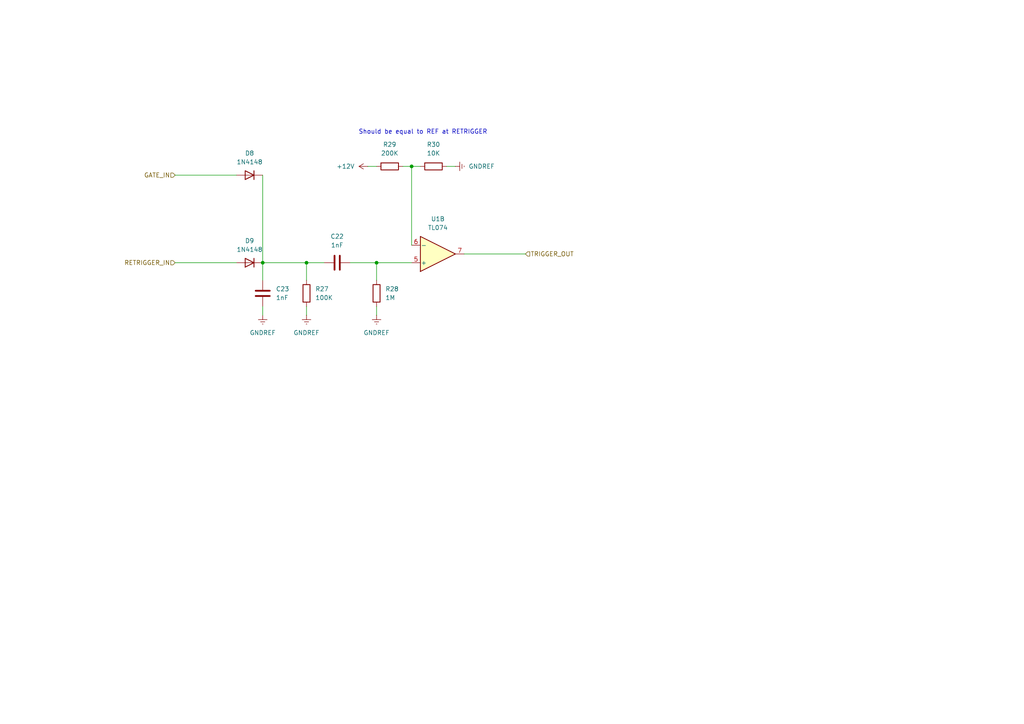
<source format=kicad_sch>
(kicad_sch (version 20231120) (generator "eeschema") (generator_version "8.0")
  (paper "A4")
  (lib_symbols
    (symbol "Amplifier_Operational:TL074" (pin_names (offset 0.127))
      (property "Reference" "U" (at 0 5.08 0))
      (property "Value" "TL074" (at 0 -5.08 0))
      (symbol "TL074_1_1"
        (polyline (pts (xy -5.08 5.08) (xy 5.08 0) (xy -5.08 -5.08) (xy -5.08 5.08)) (stroke (width 0.254)) (fill (type background)))
        (pin output line (at 7.62 0 180) (length 2.54) (name "~") (number "1"))
        (pin input line (at -7.62 -2.54 0) (length 2.54) (name "-") (number "2"))
        (pin input line (at -7.62 2.54 0) (length 2.54) (name "+") (number "3"))
      )
      (symbol "TL074_2_1"
        (polyline (pts (xy -5.08 5.08) (xy 5.08 0) (xy -5.08 -5.08) (xy -5.08 5.08)) (stroke (width 0.254)) (fill (type background)))
        (pin input line (at -7.62 2.54 0) (length 2.54) (name "+") (number "5"))
        (pin input line (at -7.62 -2.54 0) (length 2.54) (name "-") (number "6"))
        (pin output line (at 7.62 0 180) (length 2.54) (name "~") (number "7"))
      )
      (symbol "TL074_3_1"
        (polyline (pts (xy -5.08 5.08) (xy 5.08 0) (xy -5.08 -5.08) (xy -5.08 5.08)) (stroke (width 0.254)) (fill (type background)))
        (pin input line (at -7.62 2.54 0) (length 2.54) (name "+") (number "10"))
        (pin output line (at 7.62 0 180) (length 2.54) (name "~") (number "8"))
        (pin input line (at -7.62 -2.54 0) (length 2.54) (name "-") (number "9"))
      )
      (symbol "TL074_4_1"
        (polyline (pts (xy -5.08 5.08) (xy 5.08 0) (xy -5.08 -5.08) (xy -5.08 5.08)) (stroke (width 0.254)) (fill (type background)))
        (pin input line (at -7.62 2.54 0) (length 2.54) (name "+") (number "12"))
        (pin input line (at -7.62 -2.54 0) (length 2.54) (name "-") (number "13"))
        (pin output line (at 7.62 0 180) (length 2.54) (name "~") (number "14"))
      )
      (symbol "TL074_5_1"
        (pin power_in line (at -2.54 -7.62 90) (length 3.81) (name "V-") (number "11"))
        (pin power_in line (at -2.54 7.62 270) (length 3.81) (name "V+") (number "4"))
      )
    )
    (symbol "power:+12V" (power) (pin_numbers hide) (pin_names (offset 0) hide)
      (property "Value" "+12V" (at 0 3.556 0))
      (symbol "+12V_0_1"
        (polyline (pts (xy -0.762 1.27) (xy 0 2.54)))
        (polyline (pts (xy 0 0) (xy 0 2.54)))
        (polyline (pts (xy 0 2.54) (xy 0.762 1.27)))
      )
      (symbol "+12V_1_1"
        (pin power_in line (at 0 0 90) (length 0) (name "~") (number "1"))
      )
    )
    (symbol "power:GNDREF" (power) (pin_numbers hide) (pin_names (offset 0) hide)
      (property "Value" "GNDREF" (at 0 -3.81 0))
      (symbol "GNDREF_0_1"
        (polyline (pts (xy -0.635 -1.905) (xy 0.635 -1.905)))
        (polyline (pts (xy -0.127 -2.54) (xy 0.127 -2.54)))
        (polyline (pts (xy 0 -1.27) (xy 0 0)))
        (polyline (pts (xy 1.27 -1.27) (xy -1.27 -1.27)))
      )
      (symbol "GNDREF_1_1"
        (pin power_in line (at 0 0 270) (length 0) (name "~") (number "1"))
      )
    )
    (symbol "synth:C_sm (MKS)" (pin_numbers hide) (pin_names (offset 0.254))
      (property "Reference" "C" (at 2.794 1.27 0))
      (property "Value" "C_sm (MKS)" (at 2.794 -1.016 0))
      (symbol "C_sm (MKS)_0_1"
        (polyline (pts (xy -2.032 -0.762) (xy 2.032 -0.762)) (stroke (width 0.508)))
        (polyline (pts (xy -2.032 0.762) (xy 2.032 0.762)) (stroke (width 0.508)))
      )
      (symbol "C_sm (MKS)_1_1"
        (pin passive line (at 0 3.81 270) (length 2.794) (name "~") (number "1"))
        (pin passive line (at 0 -3.81 90) (length 2.794) (name "~") (number "2"))
      )
    )
    (symbol "synth:D_Signal (1N4148)" (pin_numbers hide) (pin_names hide)
      (property "Reference" "D" (at 0 2.54 0))
      (property "Value" "1N4148" (at 0 -2.54 0))
      (symbol "D_Signal (1N4148)_0_1"
        (polyline (pts (xy -1.27 1.27) (xy -1.27 -1.27)) (stroke (width 0.254)))
        (polyline (pts (xy 1.27 0) (xy -1.27 0)))
        (polyline (pts (xy 1.27 1.27) (xy 1.27 -1.27) (xy -1.27 0) (xy 1.27 1.27)) (stroke (width 0.254)))
      )
      (symbol "D_Signal (1N4148)_1_1"
        (pin passive line (at -3.81 0 0) (length 2.54) (name "K") (number "1"))
        (pin passive line (at 3.81 0 180) (length 2.54) (name "A") (number "2"))
      )
    )
    (symbol "synth:R_Default" (pin_numbers hide) (pin_names (offset 0))
      (property "Reference" "R" (at -2.032 0 90))
      (property "Value" "R1" (at 2.032 0 90))
      (symbol "R_Default_0_1"
        (rectangle (start 1.016 -2.54) (end -1.016 2.54) (stroke (width 0.254)))
      )
      (symbol "R_Default_1_1"
        (pin passive line (at 0 -3.81 90) (length 1.27) (name "~") (number "1"))
        (pin passive line (at 0 3.81 270) (length 1.27) (name "~") (number "2"))
      )
    )
  )
  (junction (at 76.2 76.2))
  (junction (at 88.9 76.2))
  (junction (at 119.38 48.26))
  (junction (at 109.22 76.2))
  (wire (pts (xy 129.54 48.26) (xy 132.08 48.26)))
  (wire (pts (xy 76.2 76.2) (xy 88.9 76.2)))
  (wire (pts (xy 109.22 88.9) (xy 109.22 91.44)))
  (wire (pts (xy 88.9 76.2) (xy 93.98 76.2)))
  (wire (pts (xy 68.58 50.8) (xy 50.8 50.8)))
  (wire (pts (xy 88.9 81.28) (xy 88.9 76.2)))
  (wire (pts (xy 101.6 76.2) (xy 109.22 76.2)))
  (wire (pts (xy 109.22 76.2) (xy 119.38 76.2)))
  (wire (pts (xy 119.38 71.12) (xy 119.38 48.26)))
  (wire (pts (xy 116.84 48.26) (xy 119.38 48.26)))
  (wire (pts (xy 88.9 91.44) (xy 88.9 88.9)))
  (wire (pts (xy 50.8 76.2) (xy 68.58 76.2)))
  (wire (pts (xy 152.4 73.66) (xy 134.62 73.66)))
  (wire (pts (xy 76.2 81.28) (xy 76.2 76.2)))
  (wire (pts (xy 76.2 91.44) (xy 76.2 88.9)))
  (wire (pts (xy 119.38 48.26) (xy 121.92 48.26)))
  (wire (pts (xy 106.68 48.26) (xy 109.22 48.26)))
  (wire (pts (xy 76.2 50.8) (xy 76.2 76.2)))
  (wire (pts (xy 109.22 81.28) (xy 109.22 76.2)))
  (text "Should be equal to REF at RETRIGGER\n" (at 122.682 38.354 0) (effects (font (size 1.27 1.27))))
  (hierarchical_label "GATE_IN" (shape input) (at 50.8 50.8 180))
  (hierarchical_label "RETRIGGER_IN" (shape input) (at 50.8 76.2 180))
  (hierarchical_label "TRIGGER_OUT" (shape input) (at 152.4 73.66 0))
  (symbol (lib_id "synth:R_Default") (at 125.73 48.26 270) (unit 1)
    (property "Reference" "R30" (at 125.73 41.91 90))
    (property "Value" "10K" (at 125.73 44.45 90))
    (property "Footprint" "Synth:R_Default (DIN0207)" (effects (hide yes)))
    (property "Description" "Resistor" (effects (hide yes)))
  )
  (symbol (lib_id "Amplifier_Operational:TL074") (at 127 73.66 0) (mirror x) (unit 2)
    (property "Reference" "U1" (at 127 63.5 0))
    (property "Value" "TL074" (at 127 66.04 0))
    (property "Footprint" "Package_DIP:DIP-14_W7.62mm_Socket_LongPads" (effects (hide yes)))
    (property "Datasheet" "http://www.ti.com/lit/ds/symlink/tl071.pdf" (effects (hide yes)))
    (property "Description" "Quad Low-Noise JFET-Input Operational Amplifiers, DIP-14/SOIC-14" (effects (hide yes)))
  )
  (symbol (lib_id "power:GNDREF") (at 76.2 91.44 0) (unit 1)
    (property "Reference" "#PWR04" (effects (hide yes)))
    (property "Value" "GNDREF" (at 76.2 96.52 0))
    (property "Description" "Power symbol creates a global label with name \"GNDREF\" , reference supply ground" (effects (hide yes)))
  )
  (symbol (lib_id "synth:D_Signal (1N4148)") (at 72.39 50.8 180) (unit 1)
    (property "Reference" "D8" (at 72.39 44.45 0))
    (property "Value" "1N4148" (at 72.39 46.99 0))
    (property "Footprint" "Synth:D_DO-35_SOD27_P7.62mm_Horizontal" (effects (hide yes)))
    (property "Datasheet" "https://assets.nexperia.com/documents/data-sheet/1N4148_1N4448.pdf" (effects (hide yes)))
    (property "Description" "100V 0.15A standard switching diode, DO-35" (effects (hide yes)))
    (property "Sim.Device" "D" (effects (hide yes)))
    (property "Sim.Pins" "1=K 2=A" (effects (hide yes)))
  )
  (symbol (lib_id "synth:C_sm (MKS)") (at 97.79 76.2 90) (unit 1)
    (property "Reference" "C22" (at 97.79 68.58 90))
    (property "Value" "1nF" (at 97.79 71.12 90))
    (property "Footprint" "Synth:C_RECT_WIMA_0.1uF" (effects (hide yes)))
    (property "Description" "Unpolarized capacitor" (effects (hide yes)))
  )
  (symbol (lib_id "power:+12V") (at 106.68 48.26 90) (unit 1)
    (property "Reference" "#PWR049" (effects (hide yes)))
    (property "Value" "+12V" (at 102.87 48.2599 90) (effects (justify left)))
    (property "Description" "Power symbol creates a global label with name \"+12V\"" (effects (hide yes)))
  )
  (symbol (lib_id "synth:C_sm (MKS)") (at 76.2 85.09 180) (unit 1)
    (property "Reference" "C23" (at 80.01 83.8199 0) (effects (justify right)))
    (property "Value" "1nF" (at 80.01 86.3599 0) (effects (justify right)))
    (property "Footprint" "Synth:C_RECT_WIMA_0.1uF" (effects (hide yes)))
    (property "Description" "Unpolarized capacitor" (effects (hide yes)))
  )
  (symbol (lib_id "synth:R_Default") (at 88.9 85.09 0) (unit 1)
    (property "Reference" "R27" (at 91.44 83.8199 0) (effects (justify left)))
    (property "Value" "100K" (at 91.44 86.3599 0) (effects (justify left)))
    (property "Footprint" "Synth:R_Default (DIN0207)" (effects (hide yes)))
    (property "Description" "Resistor" (effects (hide yes)))
  )
  (symbol (lib_id "power:GNDREF") (at 109.22 91.44 0) (unit 1)
    (property "Reference" "#PWR048" (effects (hide yes)))
    (property "Value" "GNDREF" (at 109.22 96.52 0))
    (property "Description" "Power symbol creates a global label with name \"GNDREF\" , reference supply ground" (effects (hide yes)))
  )
  (symbol (lib_id "synth:R_Default") (at 109.22 85.09 0) (unit 1)
    (property "Reference" "R28" (at 111.76 83.8199 0) (effects (justify left)))
    (property "Value" "1M" (at 111.76 86.3599 0) (effects (justify left)))
    (property "Footprint" "Synth:R_Default (DIN0207)" (effects (hide yes)))
    (property "Description" "Resistor" (effects (hide yes)))
  )
  (symbol (lib_id "power:GNDREF") (at 132.08 48.26 90) (unit 1)
    (property "Reference" "#PWR050" (effects (hide yes)))
    (property "Value" "GNDREF" (at 135.89 48.2599 90) (effects (justify right)))
    (property "Description" "Power symbol creates a global label with name \"GNDREF\" , reference supply ground" (effects (hide yes)))
  )
  (symbol (lib_id "synth:R_Default") (at 113.03 48.26 270) (unit 1)
    (property "Reference" "R29" (at 113.03 41.91 90))
    (property "Value" "200K" (at 113.03 44.45 90))
    (property "Footprint" "Synth:R_Default (DIN0207)" (effects (hide yes)))
    (property "Description" "Resistor" (effects (hide yes)))
  )
  (symbol (lib_id "power:GNDREF") (at 88.9 91.44 0) (unit 1)
    (property "Reference" "#PWR047" (effects (hide yes)))
    (property "Value" "GNDREF" (at 88.9 96.52 0))
    (property "Description" "Power symbol creates a global label with name \"GNDREF\" , reference supply ground" (effects (hide yes)))
  )
  (symbol (lib_id "synth:D_Signal (1N4148)") (at 72.39 76.2 180) (unit 1)
    (property "Reference" "D9" (at 72.39 69.85 0))
    (property "Value" "1N4148" (at 72.39 72.39 0))
    (property "Footprint" "Synth:D_DO-35_SOD27_P7.62mm_Horizontal" (effects (hide yes)))
    (property "Datasheet" "https://assets.nexperia.com/documents/data-sheet/1N4148_1N4448.pdf" (effects (hide yes)))
    (property "Description" "100V 0.15A standard switching diode, DO-35" (effects (hide yes)))
    (property "Sim.Device" "D" (effects (hide yes)))
    (property "Sim.Pins" "1=K 2=A" (effects (hide yes)))
  )
)
</source>
